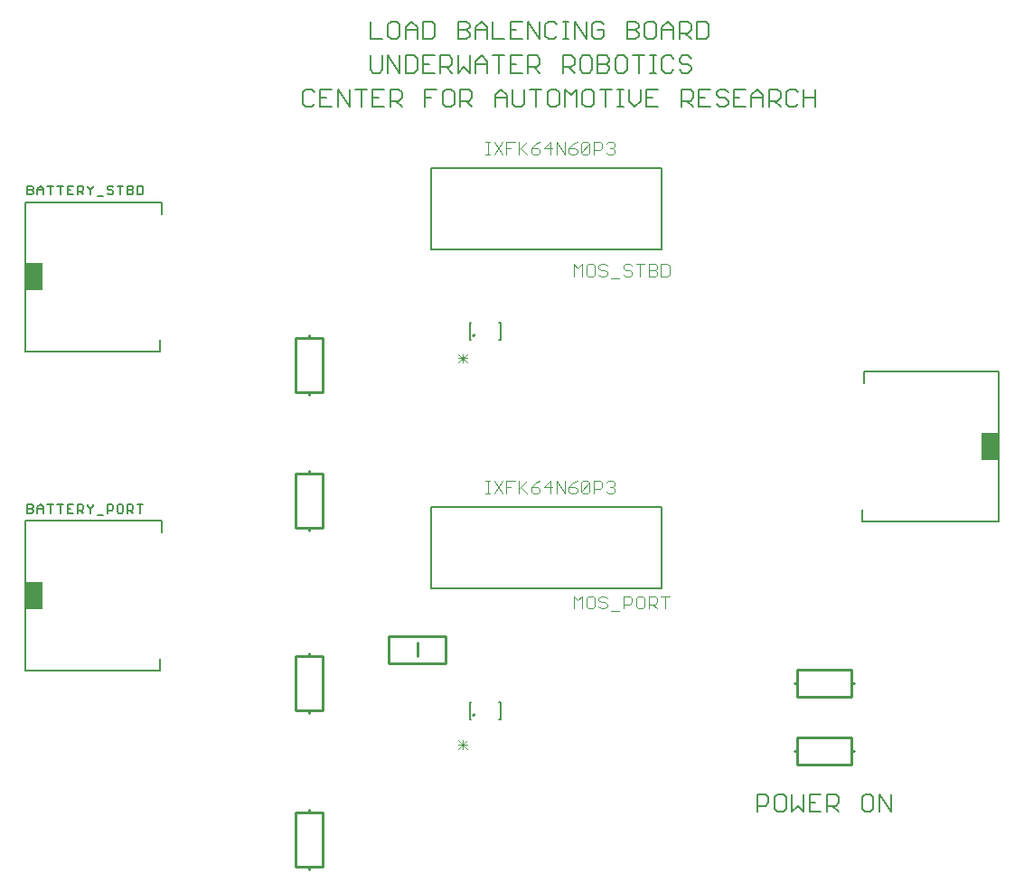
<source format=gto>
G75*
%MOIN*%
%OFA0B0*%
%FSLAX25Y25*%
%IPPOS*%
%LPD*%
%AMOC8*
5,1,8,0,0,1.08239X$1,22.5*
%
%ADD10C,0.00600*%
%ADD11C,0.00400*%
%ADD12C,0.00800*%
%ADD13C,0.01000*%
%ADD14C,0.00500*%
%ADD15R,0.05906X0.09843*%
%ADD16C,0.00700*%
D10*
X0288800Y0095300D02*
X0288800Y0101705D01*
X0292003Y0101705D01*
X0293070Y0100638D01*
X0293070Y0098503D01*
X0292003Y0097435D01*
X0288800Y0097435D01*
X0295245Y0096368D02*
X0296313Y0095300D01*
X0298448Y0095300D01*
X0299516Y0096368D01*
X0299516Y0100638D01*
X0298448Y0101705D01*
X0296313Y0101705D01*
X0295245Y0100638D01*
X0295245Y0096368D01*
X0301691Y0095300D02*
X0301691Y0101705D01*
X0305961Y0101705D02*
X0305961Y0095300D01*
X0303826Y0097435D01*
X0301691Y0095300D01*
X0308136Y0095300D02*
X0312407Y0095300D01*
X0314582Y0095300D02*
X0314582Y0101705D01*
X0317785Y0101705D01*
X0318852Y0100638D01*
X0318852Y0098503D01*
X0317785Y0097435D01*
X0314582Y0097435D01*
X0316717Y0097435D02*
X0318852Y0095300D01*
X0327473Y0096368D02*
X0328541Y0095300D01*
X0330676Y0095300D01*
X0331743Y0096368D01*
X0331743Y0100638D01*
X0330676Y0101705D01*
X0328541Y0101705D01*
X0327473Y0100638D01*
X0327473Y0096368D01*
X0333918Y0095300D02*
X0333918Y0101705D01*
X0338189Y0095300D01*
X0338189Y0101705D01*
X0312407Y0101705D02*
X0308136Y0101705D01*
X0308136Y0095300D01*
X0308136Y0098503D02*
X0310272Y0098503D01*
X0310341Y0355300D02*
X0310341Y0361705D01*
X0310341Y0358503D02*
X0306071Y0358503D01*
X0303896Y0360638D02*
X0302828Y0361705D01*
X0300693Y0361705D01*
X0299625Y0360638D01*
X0299625Y0356368D01*
X0300693Y0355300D01*
X0302828Y0355300D01*
X0303896Y0356368D01*
X0306071Y0355300D02*
X0306071Y0361705D01*
X0297450Y0360638D02*
X0297450Y0358503D01*
X0296383Y0357435D01*
X0293180Y0357435D01*
X0293180Y0355300D02*
X0293180Y0361705D01*
X0296383Y0361705D01*
X0297450Y0360638D01*
X0295315Y0357435D02*
X0297450Y0355300D01*
X0291005Y0355300D02*
X0291005Y0359570D01*
X0288870Y0361705D01*
X0286734Y0359570D01*
X0286734Y0355300D01*
X0284559Y0355300D02*
X0280289Y0355300D01*
X0280289Y0361705D01*
X0284559Y0361705D01*
X0282424Y0358503D02*
X0280289Y0358503D01*
X0278114Y0357435D02*
X0278114Y0356368D01*
X0277046Y0355300D01*
X0274911Y0355300D01*
X0273843Y0356368D01*
X0274911Y0358503D02*
X0277046Y0358503D01*
X0278114Y0357435D01*
X0278114Y0360638D02*
X0277046Y0361705D01*
X0274911Y0361705D01*
X0273843Y0360638D01*
X0273843Y0359570D01*
X0274911Y0358503D01*
X0271668Y0361705D02*
X0267398Y0361705D01*
X0267398Y0355300D01*
X0271668Y0355300D01*
X0269533Y0358503D02*
X0267398Y0358503D01*
X0265223Y0358503D02*
X0264155Y0357435D01*
X0260952Y0357435D01*
X0260952Y0355300D02*
X0260952Y0361705D01*
X0264155Y0361705D01*
X0265223Y0360638D01*
X0265223Y0358503D01*
X0263088Y0357435D02*
X0265223Y0355300D01*
X0263373Y0367800D02*
X0261238Y0367800D01*
X0260170Y0368868D01*
X0257995Y0368868D02*
X0256928Y0367800D01*
X0254793Y0367800D01*
X0253725Y0368868D01*
X0253725Y0373138D01*
X0254793Y0374205D01*
X0256928Y0374205D01*
X0257995Y0373138D01*
X0260170Y0373138D02*
X0260170Y0372070D01*
X0261238Y0371003D01*
X0263373Y0371003D01*
X0264441Y0369935D01*
X0264441Y0368868D01*
X0263373Y0367800D01*
X0264441Y0373138D02*
X0263373Y0374205D01*
X0261238Y0374205D01*
X0260170Y0373138D01*
X0260170Y0380300D02*
X0260170Y0386705D01*
X0263373Y0386705D01*
X0264441Y0385638D01*
X0264441Y0383503D01*
X0263373Y0382435D01*
X0260170Y0382435D01*
X0262306Y0382435D02*
X0264441Y0380300D01*
X0266616Y0380300D02*
X0269819Y0380300D01*
X0270886Y0381368D01*
X0270886Y0385638D01*
X0269819Y0386705D01*
X0266616Y0386705D01*
X0266616Y0380300D01*
X0257995Y0380300D02*
X0257995Y0384570D01*
X0255860Y0386705D01*
X0253725Y0384570D01*
X0253725Y0380300D01*
X0251550Y0381368D02*
X0251550Y0385638D01*
X0250482Y0386705D01*
X0248347Y0386705D01*
X0247279Y0385638D01*
X0247279Y0381368D01*
X0248347Y0380300D01*
X0250482Y0380300D01*
X0251550Y0381368D01*
X0253725Y0383503D02*
X0257995Y0383503D01*
X0251563Y0374205D02*
X0249428Y0374205D01*
X0250496Y0374205D02*
X0250496Y0367800D01*
X0251563Y0367800D02*
X0249428Y0367800D01*
X0248061Y0361705D02*
X0248061Y0355300D01*
X0252332Y0355300D01*
X0250197Y0358503D02*
X0248061Y0358503D01*
X0245886Y0357435D02*
X0245886Y0361705D01*
X0248061Y0361705D02*
X0252332Y0361705D01*
X0245886Y0357435D02*
X0243751Y0355300D01*
X0241616Y0357435D01*
X0241616Y0361705D01*
X0239454Y0361705D02*
X0237319Y0361705D01*
X0238387Y0361705D02*
X0238387Y0355300D01*
X0239454Y0355300D02*
X0237319Y0355300D01*
X0233009Y0355300D02*
X0233009Y0361705D01*
X0235144Y0361705D02*
X0230873Y0361705D01*
X0228698Y0360638D02*
X0227631Y0361705D01*
X0225496Y0361705D01*
X0224428Y0360638D01*
X0224428Y0356368D01*
X0225496Y0355300D01*
X0227631Y0355300D01*
X0228698Y0356368D01*
X0228698Y0360638D01*
X0222253Y0361705D02*
X0222253Y0355300D01*
X0217982Y0355300D02*
X0217982Y0361705D01*
X0220118Y0359570D01*
X0222253Y0361705D01*
X0221471Y0367800D02*
X0219336Y0369935D01*
X0220403Y0369935D02*
X0217200Y0369935D01*
X0217200Y0367800D02*
X0217200Y0374205D01*
X0220403Y0374205D01*
X0221471Y0373138D01*
X0221471Y0371003D01*
X0220403Y0369935D01*
X0223646Y0368868D02*
X0224714Y0367800D01*
X0226849Y0367800D01*
X0227916Y0368868D01*
X0227916Y0373138D01*
X0226849Y0374205D01*
X0224714Y0374205D01*
X0223646Y0373138D01*
X0223646Y0368868D01*
X0230091Y0367800D02*
X0230091Y0374205D01*
X0233294Y0374205D01*
X0234362Y0373138D01*
X0234362Y0372070D01*
X0233294Y0371003D01*
X0230091Y0371003D01*
X0230091Y0367800D02*
X0233294Y0367800D01*
X0234362Y0368868D01*
X0234362Y0369935D01*
X0233294Y0371003D01*
X0236537Y0373138D02*
X0236537Y0368868D01*
X0237605Y0367800D01*
X0239740Y0367800D01*
X0240807Y0368868D01*
X0240807Y0373138D01*
X0239740Y0374205D01*
X0237605Y0374205D01*
X0236537Y0373138D01*
X0242982Y0374205D02*
X0247253Y0374205D01*
X0245118Y0374205D02*
X0245118Y0367800D01*
X0244037Y0380300D02*
X0240834Y0380300D01*
X0240834Y0386705D01*
X0244037Y0386705D01*
X0245104Y0385638D01*
X0245104Y0384570D01*
X0244037Y0383503D01*
X0240834Y0383503D01*
X0244037Y0383503D02*
X0245104Y0382435D01*
X0245104Y0381368D01*
X0244037Y0380300D01*
X0232213Y0381368D02*
X0232213Y0383503D01*
X0230078Y0383503D01*
X0227943Y0385638D02*
X0227943Y0381368D01*
X0229011Y0380300D01*
X0231146Y0380300D01*
X0232213Y0381368D01*
X0232213Y0385638D02*
X0231146Y0386705D01*
X0229011Y0386705D01*
X0227943Y0385638D01*
X0225768Y0386705D02*
X0225768Y0380300D01*
X0221497Y0386705D01*
X0221497Y0380300D01*
X0219336Y0380300D02*
X0217200Y0380300D01*
X0218268Y0380300D02*
X0218268Y0386705D01*
X0217200Y0386705D02*
X0219336Y0386705D01*
X0215025Y0385638D02*
X0213958Y0386705D01*
X0211823Y0386705D01*
X0210755Y0385638D01*
X0210755Y0381368D01*
X0211823Y0380300D01*
X0213958Y0380300D01*
X0215025Y0381368D01*
X0208580Y0380300D02*
X0208580Y0386705D01*
X0204309Y0386705D02*
X0208580Y0380300D01*
X0204309Y0380300D02*
X0204309Y0386705D01*
X0202134Y0386705D02*
X0197864Y0386705D01*
X0197864Y0380300D01*
X0202134Y0380300D01*
X0199999Y0383503D02*
X0197864Y0383503D01*
X0195689Y0380300D02*
X0191418Y0380300D01*
X0191418Y0386705D01*
X0189243Y0384570D02*
X0189243Y0380300D01*
X0189243Y0383503D02*
X0184973Y0383503D01*
X0184973Y0384570D02*
X0187108Y0386705D01*
X0189243Y0384570D01*
X0184973Y0384570D02*
X0184973Y0380300D01*
X0182798Y0381368D02*
X0182798Y0382435D01*
X0181730Y0383503D01*
X0178527Y0383503D01*
X0178527Y0386705D02*
X0178527Y0380300D01*
X0181730Y0380300D01*
X0182798Y0381368D01*
X0181730Y0383503D02*
X0182798Y0384570D01*
X0182798Y0385638D01*
X0181730Y0386705D01*
X0178527Y0386705D01*
X0169907Y0385638D02*
X0169907Y0381368D01*
X0168839Y0380300D01*
X0165636Y0380300D01*
X0165636Y0386705D01*
X0168839Y0386705D01*
X0169907Y0385638D01*
X0163461Y0384570D02*
X0163461Y0380300D01*
X0163461Y0383503D02*
X0159191Y0383503D01*
X0159191Y0384570D02*
X0161326Y0386705D01*
X0163461Y0384570D01*
X0159191Y0384570D02*
X0159191Y0380300D01*
X0157016Y0381368D02*
X0157016Y0385638D01*
X0155948Y0386705D01*
X0153813Y0386705D01*
X0152745Y0385638D01*
X0152745Y0381368D01*
X0153813Y0380300D01*
X0155948Y0380300D01*
X0157016Y0381368D01*
X0157016Y0374205D02*
X0157016Y0367800D01*
X0152745Y0374205D01*
X0152745Y0367800D01*
X0150570Y0368868D02*
X0150570Y0374205D01*
X0146300Y0374205D02*
X0146300Y0368868D01*
X0147368Y0367800D01*
X0149503Y0367800D01*
X0150570Y0368868D01*
X0151352Y0361705D02*
X0147082Y0361705D01*
X0147082Y0355300D01*
X0151352Y0355300D01*
X0153527Y0355300D02*
X0153527Y0361705D01*
X0156730Y0361705D01*
X0157798Y0360638D01*
X0157798Y0358503D01*
X0156730Y0357435D01*
X0153527Y0357435D01*
X0155663Y0357435D02*
X0157798Y0355300D01*
X0166418Y0355300D02*
X0166418Y0361705D01*
X0170689Y0361705D01*
X0172864Y0360638D02*
X0172864Y0356368D01*
X0173932Y0355300D01*
X0176067Y0355300D01*
X0177134Y0356368D01*
X0177134Y0360638D01*
X0176067Y0361705D01*
X0173932Y0361705D01*
X0172864Y0360638D01*
X0179309Y0361705D02*
X0179309Y0355300D01*
X0179309Y0357435D02*
X0182512Y0357435D01*
X0183580Y0358503D01*
X0183580Y0360638D01*
X0182512Y0361705D01*
X0179309Y0361705D01*
X0181445Y0357435D02*
X0183580Y0355300D01*
X0192200Y0355300D02*
X0192200Y0359570D01*
X0194336Y0361705D01*
X0196471Y0359570D01*
X0196471Y0355300D01*
X0198646Y0356368D02*
X0199714Y0355300D01*
X0201849Y0355300D01*
X0202916Y0356368D01*
X0202916Y0361705D01*
X0205091Y0361705D02*
X0209362Y0361705D01*
X0207227Y0361705D02*
X0207227Y0355300D01*
X0211537Y0356368D02*
X0211537Y0360638D01*
X0212605Y0361705D01*
X0214740Y0361705D01*
X0215807Y0360638D01*
X0215807Y0356368D01*
X0214740Y0355300D01*
X0212605Y0355300D01*
X0211537Y0356368D01*
X0208580Y0367800D02*
X0206445Y0369935D01*
X0207512Y0369935D02*
X0204309Y0369935D01*
X0204309Y0367800D02*
X0204309Y0374205D01*
X0207512Y0374205D01*
X0208580Y0373138D01*
X0208580Y0371003D01*
X0207512Y0369935D01*
X0202134Y0367800D02*
X0197864Y0367800D01*
X0197864Y0374205D01*
X0202134Y0374205D01*
X0199999Y0371003D02*
X0197864Y0371003D01*
X0195689Y0374205D02*
X0191418Y0374205D01*
X0193554Y0374205D02*
X0193554Y0367800D01*
X0189243Y0367800D02*
X0189243Y0372070D01*
X0187108Y0374205D01*
X0184973Y0372070D01*
X0184973Y0367800D01*
X0182798Y0367800D02*
X0182798Y0374205D01*
X0184973Y0371003D02*
X0189243Y0371003D01*
X0182798Y0367800D02*
X0180663Y0369935D01*
X0178527Y0367800D01*
X0178527Y0374205D01*
X0176352Y0373138D02*
X0176352Y0371003D01*
X0175285Y0369935D01*
X0172082Y0369935D01*
X0172082Y0367800D02*
X0172082Y0374205D01*
X0175285Y0374205D01*
X0176352Y0373138D01*
X0174217Y0369935D02*
X0176352Y0367800D01*
X0169907Y0367800D02*
X0165636Y0367800D01*
X0165636Y0374205D01*
X0169907Y0374205D01*
X0167772Y0371003D02*
X0165636Y0371003D01*
X0163461Y0368868D02*
X0163461Y0373138D01*
X0162394Y0374205D01*
X0159191Y0374205D01*
X0159191Y0367800D01*
X0162394Y0367800D01*
X0163461Y0368868D01*
X0166418Y0358503D02*
X0168554Y0358503D01*
X0149217Y0358503D02*
X0147082Y0358503D01*
X0144907Y0361705D02*
X0140636Y0361705D01*
X0142772Y0361705D02*
X0142772Y0355300D01*
X0138461Y0355300D02*
X0138461Y0361705D01*
X0134191Y0361705D02*
X0138461Y0355300D01*
X0134191Y0355300D02*
X0134191Y0361705D01*
X0132016Y0361705D02*
X0127745Y0361705D01*
X0127745Y0355300D01*
X0132016Y0355300D01*
X0129881Y0358503D02*
X0127745Y0358503D01*
X0125570Y0360638D02*
X0124503Y0361705D01*
X0122368Y0361705D01*
X0121300Y0360638D01*
X0121300Y0356368D01*
X0122368Y0355300D01*
X0124503Y0355300D01*
X0125570Y0356368D01*
X0146300Y0380300D02*
X0150570Y0380300D01*
X0146300Y0380300D02*
X0146300Y0386705D01*
X0192200Y0358503D02*
X0196471Y0358503D01*
X0198646Y0356368D02*
X0198646Y0361705D01*
X0286734Y0358503D02*
X0291005Y0358503D01*
D11*
X0236274Y0341537D02*
X0236274Y0340769D01*
X0235507Y0340002D01*
X0236274Y0339235D01*
X0236274Y0338467D01*
X0235507Y0337700D01*
X0233972Y0337700D01*
X0233205Y0338467D01*
X0234739Y0340002D02*
X0235507Y0340002D01*
X0236274Y0341537D02*
X0235507Y0342304D01*
X0233972Y0342304D01*
X0233205Y0341537D01*
X0231670Y0341537D02*
X0231670Y0340002D01*
X0230903Y0339235D01*
X0228601Y0339235D01*
X0228601Y0337700D02*
X0228601Y0342304D01*
X0230903Y0342304D01*
X0231670Y0341537D01*
X0227066Y0341537D02*
X0227066Y0338467D01*
X0226299Y0337700D01*
X0224764Y0337700D01*
X0223997Y0338467D01*
X0227066Y0341537D01*
X0226299Y0342304D01*
X0224764Y0342304D01*
X0223997Y0341537D01*
X0223997Y0338467D01*
X0222462Y0338467D02*
X0222462Y0339235D01*
X0221695Y0340002D01*
X0219393Y0340002D01*
X0219393Y0338467D01*
X0220160Y0337700D01*
X0221695Y0337700D01*
X0222462Y0338467D01*
X0219393Y0340002D02*
X0220927Y0341537D01*
X0222462Y0342304D01*
X0217858Y0342304D02*
X0217858Y0337700D01*
X0214789Y0342304D01*
X0214789Y0337700D01*
X0212487Y0337700D02*
X0212487Y0342304D01*
X0210185Y0340002D01*
X0213254Y0340002D01*
X0208650Y0339235D02*
X0207883Y0340002D01*
X0205581Y0340002D01*
X0205581Y0338467D01*
X0206348Y0337700D01*
X0207883Y0337700D01*
X0208650Y0338467D01*
X0208650Y0339235D01*
X0207116Y0341537D02*
X0205581Y0340002D01*
X0207116Y0341537D02*
X0208650Y0342304D01*
X0204046Y0342304D02*
X0200977Y0339235D01*
X0201744Y0340002D02*
X0204046Y0337700D01*
X0200977Y0337700D02*
X0200977Y0342304D01*
X0199442Y0342304D02*
X0196373Y0342304D01*
X0196373Y0337700D01*
X0194839Y0337700D02*
X0191769Y0342304D01*
X0190235Y0342304D02*
X0188700Y0342304D01*
X0189467Y0342304D02*
X0189467Y0337700D01*
X0188700Y0337700D02*
X0190235Y0337700D01*
X0191769Y0337700D02*
X0194839Y0342304D01*
X0196373Y0340002D02*
X0197908Y0340002D01*
X0221200Y0297304D02*
X0222735Y0295769D01*
X0224269Y0297304D01*
X0224269Y0292700D01*
X0225804Y0293467D02*
X0225804Y0296537D01*
X0226571Y0297304D01*
X0228106Y0297304D01*
X0228873Y0296537D01*
X0228873Y0293467D01*
X0228106Y0292700D01*
X0226571Y0292700D01*
X0225804Y0293467D01*
X0230408Y0293467D02*
X0231175Y0292700D01*
X0232710Y0292700D01*
X0233477Y0293467D01*
X0233477Y0294235D01*
X0232710Y0295002D01*
X0231175Y0295002D01*
X0230408Y0295769D01*
X0230408Y0296537D01*
X0231175Y0297304D01*
X0232710Y0297304D01*
X0233477Y0296537D01*
X0239616Y0296537D02*
X0239616Y0295769D01*
X0240383Y0295002D01*
X0241918Y0295002D01*
X0242685Y0294235D01*
X0242685Y0293467D01*
X0241918Y0292700D01*
X0240383Y0292700D01*
X0239616Y0293467D01*
X0238081Y0291933D02*
X0235012Y0291933D01*
X0239616Y0296537D02*
X0240383Y0297304D01*
X0241918Y0297304D01*
X0242685Y0296537D01*
X0244220Y0297304D02*
X0247289Y0297304D01*
X0248824Y0297304D02*
X0251126Y0297304D01*
X0251893Y0296537D01*
X0251893Y0295769D01*
X0251126Y0295002D01*
X0248824Y0295002D01*
X0251126Y0295002D02*
X0251893Y0294235D01*
X0251893Y0293467D01*
X0251126Y0292700D01*
X0248824Y0292700D01*
X0248824Y0297304D01*
X0245754Y0297304D02*
X0245754Y0292700D01*
X0253427Y0292700D02*
X0255729Y0292700D01*
X0256497Y0293467D01*
X0256497Y0296537D01*
X0255729Y0297304D01*
X0253427Y0297304D01*
X0253427Y0292700D01*
X0221200Y0292700D02*
X0221200Y0297304D01*
X0181769Y0264037D02*
X0178700Y0260967D01*
X0180235Y0260967D02*
X0180235Y0264037D01*
X0178700Y0264037D02*
X0181769Y0260967D01*
X0181769Y0262502D02*
X0178700Y0262502D01*
X0188700Y0217304D02*
X0190235Y0217304D01*
X0189467Y0217304D02*
X0189467Y0212700D01*
X0188700Y0212700D02*
X0190235Y0212700D01*
X0191769Y0212700D02*
X0194839Y0217304D01*
X0196373Y0217304D02*
X0199442Y0217304D01*
X0200977Y0217304D02*
X0200977Y0212700D01*
X0200977Y0214235D02*
X0204046Y0217304D01*
X0205581Y0215002D02*
X0207883Y0215002D01*
X0208650Y0214235D01*
X0208650Y0213467D01*
X0207883Y0212700D01*
X0206348Y0212700D01*
X0205581Y0213467D01*
X0205581Y0215002D01*
X0207116Y0216537D01*
X0208650Y0217304D01*
X0210185Y0215002D02*
X0213254Y0215002D01*
X0212487Y0217304D02*
X0210185Y0215002D01*
X0212487Y0212700D02*
X0212487Y0217304D01*
X0214789Y0217304D02*
X0214789Y0212700D01*
X0217858Y0212700D02*
X0214789Y0217304D01*
X0217858Y0217304D02*
X0217858Y0212700D01*
X0219393Y0213467D02*
X0220160Y0212700D01*
X0221695Y0212700D01*
X0222462Y0213467D01*
X0222462Y0214235D01*
X0221695Y0215002D01*
X0219393Y0215002D01*
X0219393Y0213467D01*
X0219393Y0215002D02*
X0220927Y0216537D01*
X0222462Y0217304D01*
X0223997Y0216537D02*
X0224764Y0217304D01*
X0226299Y0217304D01*
X0227066Y0216537D01*
X0223997Y0213467D01*
X0224764Y0212700D01*
X0226299Y0212700D01*
X0227066Y0213467D01*
X0227066Y0216537D01*
X0228601Y0217304D02*
X0230903Y0217304D01*
X0231670Y0216537D01*
X0231670Y0215002D01*
X0230903Y0214235D01*
X0228601Y0214235D01*
X0228601Y0212700D02*
X0228601Y0217304D01*
X0223997Y0216537D02*
X0223997Y0213467D01*
X0233205Y0213467D02*
X0233972Y0212700D01*
X0235507Y0212700D01*
X0236274Y0213467D01*
X0236274Y0214235D01*
X0235507Y0215002D01*
X0234739Y0215002D01*
X0235507Y0215002D02*
X0236274Y0215769D01*
X0236274Y0216537D01*
X0235507Y0217304D01*
X0233972Y0217304D01*
X0233205Y0216537D01*
X0204046Y0212700D02*
X0201744Y0215002D01*
X0197908Y0215002D02*
X0196373Y0215002D01*
X0196373Y0212700D02*
X0196373Y0217304D01*
X0191769Y0217304D02*
X0194839Y0212700D01*
X0221200Y0174804D02*
X0222735Y0173269D01*
X0224269Y0174804D01*
X0224269Y0170200D01*
X0225804Y0170967D02*
X0226571Y0170200D01*
X0228106Y0170200D01*
X0228873Y0170967D01*
X0228873Y0174037D01*
X0228106Y0174804D01*
X0226571Y0174804D01*
X0225804Y0174037D01*
X0225804Y0170967D01*
X0230408Y0170967D02*
X0231175Y0170200D01*
X0232710Y0170200D01*
X0233477Y0170967D01*
X0233477Y0171735D01*
X0232710Y0172502D01*
X0231175Y0172502D01*
X0230408Y0173269D01*
X0230408Y0174037D01*
X0231175Y0174804D01*
X0232710Y0174804D01*
X0233477Y0174037D01*
X0235012Y0169433D02*
X0238081Y0169433D01*
X0239616Y0170200D02*
X0239616Y0174804D01*
X0241918Y0174804D01*
X0242685Y0174037D01*
X0242685Y0172502D01*
X0241918Y0171735D01*
X0239616Y0171735D01*
X0244220Y0170967D02*
X0244987Y0170200D01*
X0246522Y0170200D01*
X0247289Y0170967D01*
X0247289Y0174037D01*
X0246522Y0174804D01*
X0244987Y0174804D01*
X0244220Y0174037D01*
X0244220Y0170967D01*
X0248824Y0170200D02*
X0248824Y0174804D01*
X0251126Y0174804D01*
X0251893Y0174037D01*
X0251893Y0172502D01*
X0251126Y0171735D01*
X0248824Y0171735D01*
X0250358Y0171735D02*
X0251893Y0170200D01*
X0254962Y0170200D02*
X0254962Y0174804D01*
X0253427Y0174804D02*
X0256497Y0174804D01*
X0221200Y0174804D02*
X0221200Y0170200D01*
X0181769Y0121537D02*
X0178700Y0118467D01*
X0180235Y0118467D02*
X0180235Y0121537D01*
X0178700Y0121537D02*
X0181769Y0118467D01*
X0181769Y0120002D02*
X0178700Y0120002D01*
D12*
X0182900Y0129309D02*
X0183273Y0129309D01*
X0182900Y0129309D02*
X0182900Y0135691D01*
X0183273Y0135691D01*
X0193727Y0135691D02*
X0194100Y0135691D01*
X0194100Y0129309D01*
X0193727Y0129309D01*
X0068602Y0147441D02*
X0068602Y0151772D01*
X0068602Y0147441D02*
X0018996Y0147441D01*
X0018996Y0202559D01*
X0069389Y0202559D01*
X0069389Y0198228D01*
X0068602Y0264941D02*
X0018996Y0264941D01*
X0018996Y0320059D01*
X0069389Y0320059D01*
X0069389Y0315728D01*
X0068602Y0269272D02*
X0068602Y0264941D01*
X0182900Y0269309D02*
X0183273Y0269309D01*
X0182900Y0269309D02*
X0182900Y0275691D01*
X0183273Y0275691D01*
X0193727Y0275691D02*
X0194100Y0275691D01*
X0194100Y0269309D01*
X0193727Y0269309D01*
X0328398Y0257559D02*
X0328398Y0253228D01*
X0328398Y0257559D02*
X0378004Y0257559D01*
X0378004Y0202441D01*
X0327611Y0202441D01*
X0327611Y0206772D01*
D13*
X0123500Y0075000D02*
X0118500Y0075000D01*
X0118500Y0095000D01*
X0123500Y0095000D01*
X0123500Y0096000D01*
X0123500Y0095000D02*
X0128500Y0095000D01*
X0128500Y0075000D01*
X0123500Y0075000D01*
X0123500Y0074000D01*
X0123500Y0131500D02*
X0123500Y0132500D01*
X0118500Y0132500D01*
X0118500Y0152500D01*
X0123500Y0152500D01*
X0123500Y0153500D01*
X0123500Y0152500D02*
X0128500Y0152500D01*
X0128500Y0132500D01*
X0123500Y0132500D01*
X0153000Y0150000D02*
X0153000Y0160000D01*
X0174000Y0160000D01*
X0174000Y0150000D01*
X0153000Y0150000D01*
X0163500Y0152500D02*
X0163500Y0157500D01*
X0184059Y0131025D02*
X0184061Y0131048D01*
X0184067Y0131071D01*
X0184076Y0131092D01*
X0184089Y0131112D01*
X0184105Y0131129D01*
X0184123Y0131143D01*
X0184143Y0131154D01*
X0184165Y0131162D01*
X0184188Y0131166D01*
X0184212Y0131166D01*
X0184235Y0131162D01*
X0184257Y0131154D01*
X0184277Y0131143D01*
X0184295Y0131129D01*
X0184311Y0131112D01*
X0184324Y0131092D01*
X0184333Y0131071D01*
X0184339Y0131048D01*
X0184341Y0131025D01*
X0184339Y0131002D01*
X0184333Y0130979D01*
X0184324Y0130958D01*
X0184311Y0130938D01*
X0184295Y0130921D01*
X0184277Y0130907D01*
X0184257Y0130896D01*
X0184235Y0130888D01*
X0184212Y0130884D01*
X0184188Y0130884D01*
X0184165Y0130888D01*
X0184143Y0130896D01*
X0184123Y0130907D01*
X0184105Y0130921D01*
X0184089Y0130938D01*
X0184076Y0130958D01*
X0184067Y0130979D01*
X0184061Y0131002D01*
X0184059Y0131025D01*
X0128500Y0200000D02*
X0123500Y0200000D01*
X0123500Y0199000D01*
X0123500Y0200000D02*
X0118500Y0200000D01*
X0118500Y0220000D01*
X0123500Y0220000D01*
X0123500Y0221000D01*
X0123500Y0220000D02*
X0128500Y0220000D01*
X0128500Y0200000D01*
X0123500Y0249000D02*
X0123500Y0250000D01*
X0118500Y0250000D01*
X0118500Y0270000D01*
X0123500Y0270000D01*
X0123500Y0271000D01*
X0123500Y0270000D02*
X0128500Y0270000D01*
X0128500Y0250000D01*
X0123500Y0250000D01*
X0184059Y0271025D02*
X0184061Y0271048D01*
X0184067Y0271071D01*
X0184076Y0271092D01*
X0184089Y0271112D01*
X0184105Y0271129D01*
X0184123Y0271143D01*
X0184143Y0271154D01*
X0184165Y0271162D01*
X0184188Y0271166D01*
X0184212Y0271166D01*
X0184235Y0271162D01*
X0184257Y0271154D01*
X0184277Y0271143D01*
X0184295Y0271129D01*
X0184311Y0271112D01*
X0184324Y0271092D01*
X0184333Y0271071D01*
X0184339Y0271048D01*
X0184341Y0271025D01*
X0184339Y0271002D01*
X0184333Y0270979D01*
X0184324Y0270958D01*
X0184311Y0270938D01*
X0184295Y0270921D01*
X0184277Y0270907D01*
X0184257Y0270896D01*
X0184235Y0270888D01*
X0184212Y0270884D01*
X0184188Y0270884D01*
X0184165Y0270888D01*
X0184143Y0270896D01*
X0184123Y0270907D01*
X0184105Y0270921D01*
X0184089Y0270938D01*
X0184076Y0270958D01*
X0184067Y0270979D01*
X0184061Y0271002D01*
X0184059Y0271025D01*
X0303500Y0147500D02*
X0303500Y0142500D01*
X0302500Y0142500D01*
X0303500Y0142500D02*
X0303500Y0137500D01*
X0323500Y0137500D01*
X0323500Y0142500D01*
X0324500Y0142500D01*
X0323500Y0142500D02*
X0323500Y0147500D01*
X0303500Y0147500D01*
X0303500Y0122500D02*
X0323500Y0122500D01*
X0323500Y0117500D01*
X0324500Y0117500D01*
X0323500Y0117500D02*
X0323500Y0112500D01*
X0303500Y0112500D01*
X0303500Y0117500D01*
X0302500Y0117500D01*
X0303500Y0117500D02*
X0303500Y0122500D01*
D14*
X0253500Y0177500D02*
X0253500Y0207500D01*
X0168500Y0207500D01*
X0168500Y0177500D01*
X0253500Y0177500D01*
X0253500Y0302500D02*
X0168500Y0302500D01*
X0168500Y0332500D01*
X0253500Y0332500D01*
X0253500Y0302500D01*
D15*
X0374658Y0230000D03*
X0022342Y0175000D03*
X0022342Y0292500D03*
D16*
X0021351Y0322850D02*
X0019700Y0322850D01*
X0019700Y0326153D01*
X0021351Y0326153D01*
X0021902Y0325602D01*
X0021902Y0325052D01*
X0021351Y0324501D01*
X0019700Y0324501D01*
X0021351Y0324501D02*
X0021902Y0323951D01*
X0021902Y0323400D01*
X0021351Y0322850D01*
X0023383Y0322850D02*
X0023383Y0325052D01*
X0024484Y0326153D01*
X0025585Y0325052D01*
X0025585Y0322850D01*
X0025585Y0324501D02*
X0023383Y0324501D01*
X0027066Y0326153D02*
X0029268Y0326153D01*
X0028167Y0326153D02*
X0028167Y0322850D01*
X0031850Y0322850D02*
X0031850Y0326153D01*
X0030749Y0326153D02*
X0032951Y0326153D01*
X0034433Y0326153D02*
X0034433Y0322850D01*
X0036634Y0322850D01*
X0038116Y0322850D02*
X0038116Y0326153D01*
X0039767Y0326153D01*
X0040318Y0325602D01*
X0040318Y0324501D01*
X0039767Y0323951D01*
X0038116Y0323951D01*
X0039217Y0323951D02*
X0040318Y0322850D01*
X0042900Y0322850D02*
X0042900Y0324501D01*
X0044001Y0325602D01*
X0044001Y0326153D01*
X0042900Y0324501D02*
X0041799Y0325602D01*
X0041799Y0326153D01*
X0036634Y0326153D02*
X0034433Y0326153D01*
X0034433Y0324501D02*
X0035534Y0324501D01*
X0045482Y0322300D02*
X0047684Y0322300D01*
X0049165Y0323400D02*
X0049716Y0322850D01*
X0050817Y0322850D01*
X0051367Y0323400D01*
X0051367Y0323951D01*
X0050817Y0324501D01*
X0049716Y0324501D01*
X0049165Y0325052D01*
X0049165Y0325602D01*
X0049716Y0326153D01*
X0050817Y0326153D01*
X0051367Y0325602D01*
X0052848Y0326153D02*
X0055050Y0326153D01*
X0053949Y0326153D02*
X0053949Y0322850D01*
X0056531Y0322850D02*
X0056531Y0326153D01*
X0058183Y0326153D01*
X0058733Y0325602D01*
X0058733Y0325052D01*
X0058183Y0324501D01*
X0056531Y0324501D01*
X0056531Y0322850D02*
X0058183Y0322850D01*
X0058733Y0323400D01*
X0058733Y0323951D01*
X0058183Y0324501D01*
X0060215Y0322850D02*
X0061866Y0322850D01*
X0062416Y0323400D01*
X0062416Y0325602D01*
X0061866Y0326153D01*
X0060215Y0326153D01*
X0060215Y0322850D01*
X0060215Y0208653D02*
X0062416Y0208653D01*
X0061316Y0208653D02*
X0061316Y0205350D01*
X0058733Y0205350D02*
X0057632Y0206451D01*
X0058183Y0206451D02*
X0056531Y0206451D01*
X0056531Y0205350D02*
X0056531Y0208653D01*
X0058183Y0208653D01*
X0058733Y0208102D01*
X0058733Y0207001D01*
X0058183Y0206451D01*
X0055050Y0205900D02*
X0055050Y0208102D01*
X0054500Y0208653D01*
X0053399Y0208653D01*
X0052848Y0208102D01*
X0052848Y0205900D01*
X0053399Y0205350D01*
X0054500Y0205350D01*
X0055050Y0205900D01*
X0051367Y0207001D02*
X0051367Y0208102D01*
X0050817Y0208653D01*
X0049165Y0208653D01*
X0049165Y0205350D01*
X0049165Y0206451D02*
X0050817Y0206451D01*
X0051367Y0207001D01*
X0047684Y0204800D02*
X0045482Y0204800D01*
X0042900Y0205350D02*
X0042900Y0207001D01*
X0044001Y0208102D01*
X0044001Y0208653D01*
X0042900Y0207001D02*
X0041799Y0208102D01*
X0041799Y0208653D01*
X0040318Y0208102D02*
X0040318Y0207001D01*
X0039767Y0206451D01*
X0038116Y0206451D01*
X0039217Y0206451D02*
X0040318Y0205350D01*
X0038116Y0205350D02*
X0038116Y0208653D01*
X0039767Y0208653D01*
X0040318Y0208102D01*
X0036634Y0208653D02*
X0034433Y0208653D01*
X0034433Y0205350D01*
X0036634Y0205350D01*
X0035534Y0207001D02*
X0034433Y0207001D01*
X0032951Y0208653D02*
X0030749Y0208653D01*
X0031850Y0208653D02*
X0031850Y0205350D01*
X0028167Y0205350D02*
X0028167Y0208653D01*
X0027066Y0208653D02*
X0029268Y0208653D01*
X0025585Y0207552D02*
X0025585Y0205350D01*
X0025585Y0207001D02*
X0023383Y0207001D01*
X0023383Y0207552D02*
X0023383Y0205350D01*
X0021902Y0205900D02*
X0021351Y0205350D01*
X0019700Y0205350D01*
X0019700Y0208653D01*
X0021351Y0208653D01*
X0021902Y0208102D01*
X0021902Y0207552D01*
X0021351Y0207001D01*
X0019700Y0207001D01*
X0021351Y0207001D02*
X0021902Y0206451D01*
X0021902Y0205900D01*
X0023383Y0207552D02*
X0024484Y0208653D01*
X0025585Y0207552D01*
M02*

</source>
